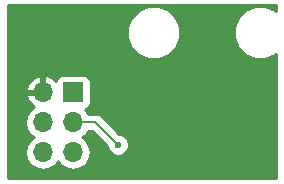
<source format=gbl>
G04 #@! TF.FileFunction,Copper,L2,Bot,Signal*
%FSLAX46Y46*%
G04 Gerber Fmt 4.6, Leading zero omitted, Abs format (unit mm)*
G04 Created by KiCad (PCBNEW 4.0.6) date 10/01/17 10:03:43*
%MOMM*%
%LPD*%
G01*
G04 APERTURE LIST*
%ADD10C,0.100000*%
%ADD11R,1.700000X1.700000*%
%ADD12O,1.700000X1.700000*%
%ADD13C,0.600000*%
%ADD14C,0.200000*%
%ADD15C,0.254000*%
G04 APERTURE END LIST*
D10*
D11*
X137160000Y-106045000D03*
D12*
X134620000Y-106045000D03*
X137160000Y-108585000D03*
X134620000Y-108585000D03*
X137160000Y-111125000D03*
X134620000Y-111125000D03*
D13*
X140970000Y-105410000D03*
X133350000Y-104140000D03*
X140970000Y-110490000D03*
D14*
X139065000Y-108585000D02*
X137160000Y-108585000D01*
X140970000Y-110490000D02*
X139065000Y-108585000D01*
D15*
G36*
X154315000Y-99153768D02*
X154267679Y-99106364D01*
X153446519Y-98765389D01*
X152557381Y-98764613D01*
X151735628Y-99104155D01*
X151106364Y-99732321D01*
X150765389Y-100553481D01*
X150764613Y-101442619D01*
X151104155Y-102264372D01*
X151732321Y-102893636D01*
X152553481Y-103234611D01*
X153442619Y-103235387D01*
X154264372Y-102895845D01*
X154315000Y-102845305D01*
X154315000Y-113315000D01*
X131685000Y-113315000D01*
X131685000Y-108585000D01*
X133105907Y-108585000D01*
X133218946Y-109153285D01*
X133540853Y-109635054D01*
X133870026Y-109855000D01*
X133540853Y-110074946D01*
X133218946Y-110556715D01*
X133105907Y-111125000D01*
X133218946Y-111693285D01*
X133540853Y-112175054D01*
X134022622Y-112496961D01*
X134590907Y-112610000D01*
X134649093Y-112610000D01*
X135217378Y-112496961D01*
X135699147Y-112175054D01*
X135890000Y-111889422D01*
X136080853Y-112175054D01*
X136562622Y-112496961D01*
X137130907Y-112610000D01*
X137189093Y-112610000D01*
X137757378Y-112496961D01*
X138239147Y-112175054D01*
X138561054Y-111693285D01*
X138674093Y-111125000D01*
X138561054Y-110556715D01*
X138239147Y-110074946D01*
X137909974Y-109855000D01*
X138239147Y-109635054D01*
X138449659Y-109320000D01*
X138760554Y-109320000D01*
X140034908Y-110594355D01*
X140034838Y-110675167D01*
X140176883Y-111018943D01*
X140439673Y-111282192D01*
X140783201Y-111424838D01*
X141155167Y-111425162D01*
X141498943Y-111283117D01*
X141762192Y-111020327D01*
X141904838Y-110676799D01*
X141905162Y-110304833D01*
X141763117Y-109961057D01*
X141500327Y-109697808D01*
X141156799Y-109555162D01*
X141074537Y-109555090D01*
X139584723Y-108065277D01*
X139346272Y-107905949D01*
X139065000Y-107850000D01*
X138449659Y-107850000D01*
X138239147Y-107534946D01*
X138197548Y-107507150D01*
X138245317Y-107498162D01*
X138461441Y-107359090D01*
X138606431Y-107146890D01*
X138657440Y-106895000D01*
X138657440Y-105195000D01*
X138613162Y-104959683D01*
X138474090Y-104743559D01*
X138261890Y-104598569D01*
X138010000Y-104547560D01*
X136310000Y-104547560D01*
X136074683Y-104591838D01*
X135858559Y-104730910D01*
X135713569Y-104943110D01*
X135690445Y-105057301D01*
X135501358Y-104849817D01*
X134976892Y-104603514D01*
X134747000Y-104724181D01*
X134747000Y-105918000D01*
X134767000Y-105918000D01*
X134767000Y-106172000D01*
X134747000Y-106172000D01*
X134747000Y-106192000D01*
X134493000Y-106192000D01*
X134493000Y-106172000D01*
X133299845Y-106172000D01*
X133178524Y-106401890D01*
X133348355Y-106811924D01*
X133738642Y-107240183D01*
X133881553Y-107307298D01*
X133540853Y-107534946D01*
X133218946Y-108016715D01*
X133105907Y-108585000D01*
X131685000Y-108585000D01*
X131685000Y-105688110D01*
X133178524Y-105688110D01*
X133299845Y-105918000D01*
X134493000Y-105918000D01*
X134493000Y-104724181D01*
X134263108Y-104603514D01*
X133738642Y-104849817D01*
X133348355Y-105278076D01*
X133178524Y-105688110D01*
X131685000Y-105688110D01*
X131685000Y-101442619D01*
X141764613Y-101442619D01*
X142104155Y-102264372D01*
X142732321Y-102893636D01*
X143553481Y-103234611D01*
X144442619Y-103235387D01*
X145264372Y-102895845D01*
X145893636Y-102267679D01*
X146234611Y-101446519D01*
X146235387Y-100557381D01*
X145895845Y-99735628D01*
X145267679Y-99106364D01*
X144446519Y-98765389D01*
X143557381Y-98764613D01*
X142735628Y-99104155D01*
X142106364Y-99732321D01*
X141765389Y-100553481D01*
X141764613Y-101442619D01*
X131685000Y-101442619D01*
X131685000Y-98685000D01*
X154315000Y-98685000D01*
X154315000Y-99153768D01*
X154315000Y-99153768D01*
G37*
X154315000Y-99153768D02*
X154267679Y-99106364D01*
X153446519Y-98765389D01*
X152557381Y-98764613D01*
X151735628Y-99104155D01*
X151106364Y-99732321D01*
X150765389Y-100553481D01*
X150764613Y-101442619D01*
X151104155Y-102264372D01*
X151732321Y-102893636D01*
X152553481Y-103234611D01*
X153442619Y-103235387D01*
X154264372Y-102895845D01*
X154315000Y-102845305D01*
X154315000Y-113315000D01*
X131685000Y-113315000D01*
X131685000Y-108585000D01*
X133105907Y-108585000D01*
X133218946Y-109153285D01*
X133540853Y-109635054D01*
X133870026Y-109855000D01*
X133540853Y-110074946D01*
X133218946Y-110556715D01*
X133105907Y-111125000D01*
X133218946Y-111693285D01*
X133540853Y-112175054D01*
X134022622Y-112496961D01*
X134590907Y-112610000D01*
X134649093Y-112610000D01*
X135217378Y-112496961D01*
X135699147Y-112175054D01*
X135890000Y-111889422D01*
X136080853Y-112175054D01*
X136562622Y-112496961D01*
X137130907Y-112610000D01*
X137189093Y-112610000D01*
X137757378Y-112496961D01*
X138239147Y-112175054D01*
X138561054Y-111693285D01*
X138674093Y-111125000D01*
X138561054Y-110556715D01*
X138239147Y-110074946D01*
X137909974Y-109855000D01*
X138239147Y-109635054D01*
X138449659Y-109320000D01*
X138760554Y-109320000D01*
X140034908Y-110594355D01*
X140034838Y-110675167D01*
X140176883Y-111018943D01*
X140439673Y-111282192D01*
X140783201Y-111424838D01*
X141155167Y-111425162D01*
X141498943Y-111283117D01*
X141762192Y-111020327D01*
X141904838Y-110676799D01*
X141905162Y-110304833D01*
X141763117Y-109961057D01*
X141500327Y-109697808D01*
X141156799Y-109555162D01*
X141074537Y-109555090D01*
X139584723Y-108065277D01*
X139346272Y-107905949D01*
X139065000Y-107850000D01*
X138449659Y-107850000D01*
X138239147Y-107534946D01*
X138197548Y-107507150D01*
X138245317Y-107498162D01*
X138461441Y-107359090D01*
X138606431Y-107146890D01*
X138657440Y-106895000D01*
X138657440Y-105195000D01*
X138613162Y-104959683D01*
X138474090Y-104743559D01*
X138261890Y-104598569D01*
X138010000Y-104547560D01*
X136310000Y-104547560D01*
X136074683Y-104591838D01*
X135858559Y-104730910D01*
X135713569Y-104943110D01*
X135690445Y-105057301D01*
X135501358Y-104849817D01*
X134976892Y-104603514D01*
X134747000Y-104724181D01*
X134747000Y-105918000D01*
X134767000Y-105918000D01*
X134767000Y-106172000D01*
X134747000Y-106172000D01*
X134747000Y-106192000D01*
X134493000Y-106192000D01*
X134493000Y-106172000D01*
X133299845Y-106172000D01*
X133178524Y-106401890D01*
X133348355Y-106811924D01*
X133738642Y-107240183D01*
X133881553Y-107307298D01*
X133540853Y-107534946D01*
X133218946Y-108016715D01*
X133105907Y-108585000D01*
X131685000Y-108585000D01*
X131685000Y-105688110D01*
X133178524Y-105688110D01*
X133299845Y-105918000D01*
X134493000Y-105918000D01*
X134493000Y-104724181D01*
X134263108Y-104603514D01*
X133738642Y-104849817D01*
X133348355Y-105278076D01*
X133178524Y-105688110D01*
X131685000Y-105688110D01*
X131685000Y-101442619D01*
X141764613Y-101442619D01*
X142104155Y-102264372D01*
X142732321Y-102893636D01*
X143553481Y-103234611D01*
X144442619Y-103235387D01*
X145264372Y-102895845D01*
X145893636Y-102267679D01*
X146234611Y-101446519D01*
X146235387Y-100557381D01*
X145895845Y-99735628D01*
X145267679Y-99106364D01*
X144446519Y-98765389D01*
X143557381Y-98764613D01*
X142735628Y-99104155D01*
X142106364Y-99732321D01*
X141765389Y-100553481D01*
X141764613Y-101442619D01*
X131685000Y-101442619D01*
X131685000Y-98685000D01*
X154315000Y-98685000D01*
X154315000Y-99153768D01*
M02*

</source>
